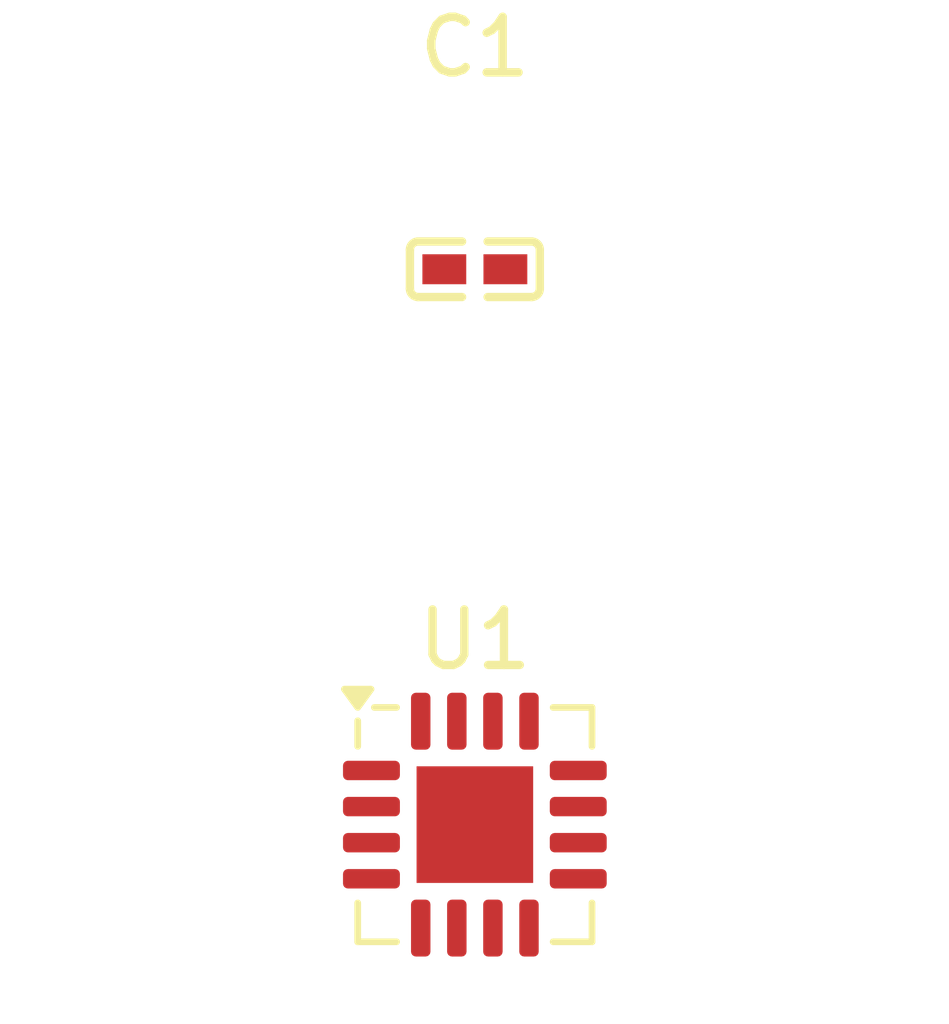
<source format=kicad_pcb>
(kicad_pcb (version 20241229) (generator "atopile") (generator_version "0.12.4")
  (layers (0 "F.Cu" signal) (31 "B.Cu" signal) (34 "B.Paste" user) (35 "F.Paste" user) (36 "B.SilkS" user "B.Silkscreen") (37 "F.SilkS" user "F.Silkscreen") (38 "B.Mask" user) (39 "F.Mask" user) (44 "Edge.Cuts" user))
  (net 0 "")
  (net 1 "IN2_P")
  (net 2 "current_monitor-net-1")
  (net 3 "IN1_P")
  (net 4 "SCL")
  (net 5 "IN3_N")
  (net 6 "IN3_P")
  (net 7 "CRITICAL")
  (net 8 "VCC")
  (net 9 "TC")
  (net 10 "SDA")
  (net 11 "PV")
  (net 12 "IN1_N")
  (net 13 "WARNING")
  (net 14 "IN2_N")
  (net 15 "GND")
  (net 16 "current_monitor-net-0")
  (footprint "TI_INA3221:Texas_RGV0016A_VQFN-16-1EP_4x4mm_P0.65mm_EP2.1x2.1mm" (layer "F.Cu") (at 0 0 0)
    (property "Reference" "U1" (at 0 -3.33 0) (layer "F.SilkS") (hide no))
    (property "Value" "")
    (fp_line (start -2.11 -1.41) (end -2.11 -1.87) (stroke (width 0.12)) (layer "F.SilkS"))
    (fp_line (start -2.11 2.11) (end -2.11 1.41) (stroke (width 0.12)) (layer "F.SilkS"))
    (fp_line (start -1.41 -2.11) (end -1.81 -2.11) (stroke (width 0.12)) (layer "F.SilkS"))
    (fp_line (start -1.41 2.11) (end -2.11 2.11) (stroke (width 0.12)) (layer "F.SilkS"))
    (fp_line (start 1.41 -2.11) (end 2.11 -2.11) (stroke (width 0.12)) (layer "F.SilkS"))
    (fp_line (start 1.41 2.11) (end 2.11 2.11) (stroke (width 0.12)) (layer "F.SilkS"))
    (fp_line (start 2.11 -2.11) (end 2.11 -1.41) (stroke (width 0.12)) (layer "F.SilkS"))
    (fp_line (start 2.11 2.11) (end 2.11 1.41) (stroke (width 0.12)) (layer "F.SilkS"))
    (fp_poly (pts (xy -2.11 -2.11) (xy -2.35 -2.44) (xy -1.87 -2.44)) (stroke (width 0.12)) (fill yes) (layer "F.SilkS"))
    (pad "1" smd roundrect (at -1.8625 -0.975 0) (size 1.025 0.35) (layers "F.Cu" "F.Mask" "F.Paste") (net 5 "IN3_N"))
    (pad "2" smd roundrect (at -1.8625 -0.325 0) (size 1.025 0.35) (layers "F.Cu" "F.Mask" "F.Paste") (net 6 "IN3_P"))
    (pad "3" smd roundrect (at -1.8625 0.325 0) (size 1.025 0.35) (layers "F.Cu" "F.Mask" "F.Paste") (net 15 "GND"))
    (pad "4" smd roundrect (at -1.8625 0.975 0) (size 1.025 0.35) (layers "F.Cu" "F.Mask" "F.Paste") (net 8 "VCC"))
    (pad "5" smd roundrect (at -0.975 1.8625 0) (size 0.35 1.025) (layers "F.Cu" "F.Mask" "F.Paste") (net 15 "GND"))
    (pad "6" smd roundrect (at -0.325 1.8625 0) (size 0.35 1.025) (layers "F.Cu" "F.Mask" "F.Paste") (net 4 "SCL"))
    (pad "7" smd roundrect (at 0.325 1.8625 0) (size 0.35 1.025) (layers "F.Cu" "F.Mask" "F.Paste") (net 10 "SDA"))
    (pad "8" smd roundrect (at 0.975 1.8625 0) (size 0.35 1.025) (layers "F.Cu" "F.Mask" "F.Paste") (net 13 "WARNING"))
    (pad "9" smd roundrect (at 1.8625 0.975 0) (size 1.025 0.35) (layers "F.Cu" "F.Mask" "F.Paste") (net 7 "CRITICAL"))
    (pad "10" smd roundrect (at 1.8625 0.325 0) (size 1.025 0.35) (layers "F.Cu" "F.Mask" "F.Paste") (net 11 "PV"))
    (pad "11" smd roundrect (at 1.8625 -0.325 0) (size 1.025 0.35) (layers "F.Cu" "F.Mask" "F.Paste") (net 12 "IN1_N"))
    (pad "12" smd roundrect (at 1.8625 -0.975 0) (size 1.025 0.35) (layers "F.Cu" "F.Mask" "F.Paste") (net 3 "IN1_P"))
    (pad "13" smd roundrect (at 0.975 -1.8625 0) (size 0.35 1.025) (layers "F.Cu" "F.Mask" "F.Paste") (net 9 "TC"))
    (pad "14" smd roundrect (at 0.325 -1.8625 0) (size 0.35 1.025) (layers "F.Cu" "F.Mask" "F.Paste") (net 14 "IN2_N"))
    (pad "15" smd roundrect (at -0.325 -1.8625 0) (size 0.35 1.025) (layers "F.Cu" "F.Mask" "F.Paste") (net 1 "IN2_P"))
    (pad "16" smd roundrect (at -0.975 -1.8625 0) (size 0.35 1.025) (layers "F.Cu" "F.Mask" "F.Paste") (net 8 "VCC"))
    (pad "17" smd rect (at 0 0 0) (size 2.1 2.1) (property pad_prop_heatsink) (layers "F.Cu" "F.Mask") (net 2 "current_monitor-net-1"))
  )
  (footprint "Samsung_Electro_Mechanics_CL05B104KB54PNC:C0402" (layer "F.Cu") (at 0 -10 0)
    (property "Reference" "C1" (at 0 -4 0) (layer "F.SilkS") (hide no))
    (property "Value" "100nF ±10% 50V X7R")
    (fp_line (start 1.02 -0.5) (end 0.23 -0.5) (stroke (width 0.15)) (layer "F.SilkS"))
    (fp_line (start 0.23 0.5) (end 1.02 0.5) (stroke (width 0.15)) (layer "F.SilkS"))
    (fp_line (start 1.17 0.35) (end 1.17 -0.35) (stroke (width 0.15)) (layer "F.SilkS"))
    (fp_line (start -1.02 -0.5) (end -0.23 -0.5) (stroke (width 0.15)) (layer "F.SilkS"))
    (fp_line (start -0.23 0.5) (end -1.02 0.5) (stroke (width 0.15)) (layer "F.SilkS"))
    (fp_line (start -1.17 0.35) (end -1.17 -0.35) (stroke (width 0.15)) (layer "F.SilkS"))
    (fp_arc (start 1.17 0.35) (mid 1.1260660171779822 0.456066017177982) (end 1.02 0.4999999999999999) (stroke (width 0.15)) (layer "F.SilkS"))
    (fp_arc (start 1.02 -0.5) (mid 1.1260660171779822 -0.4560660171779821) (end 1.17 -0.35) (stroke (width 0.15)) (layer "F.SilkS"))
    (fp_arc (start -1.17 0.35) (mid -1.1260660171779822 0.456066017177982) (end -1.02 0.4999999999999999) (stroke (width 0.15)) (layer "F.SilkS"))
    (fp_arc (start -1.02 -0.5) (mid -1.1260660171779822 -0.4560660171779821) (end -1.17 -0.35) (stroke (width 0.15)) (layer "F.SilkS"))
    (fp_text user "${REFERENCE}" (at 0 -4 0) (layer "F.SilkS"))
    (pad "2" smd rect (at 0.55 0 0) (size 0.79 0.54) (layers "F.Cu" "F.Paste" "F.Mask") (net 15 "GND"))
    (pad "1" smd rect (at -0.55 0 0) (size 0.79 0.54) (layers "F.Cu" "F.Paste" "F.Mask") (net 8 "VCC"))
  )
)
</source>
